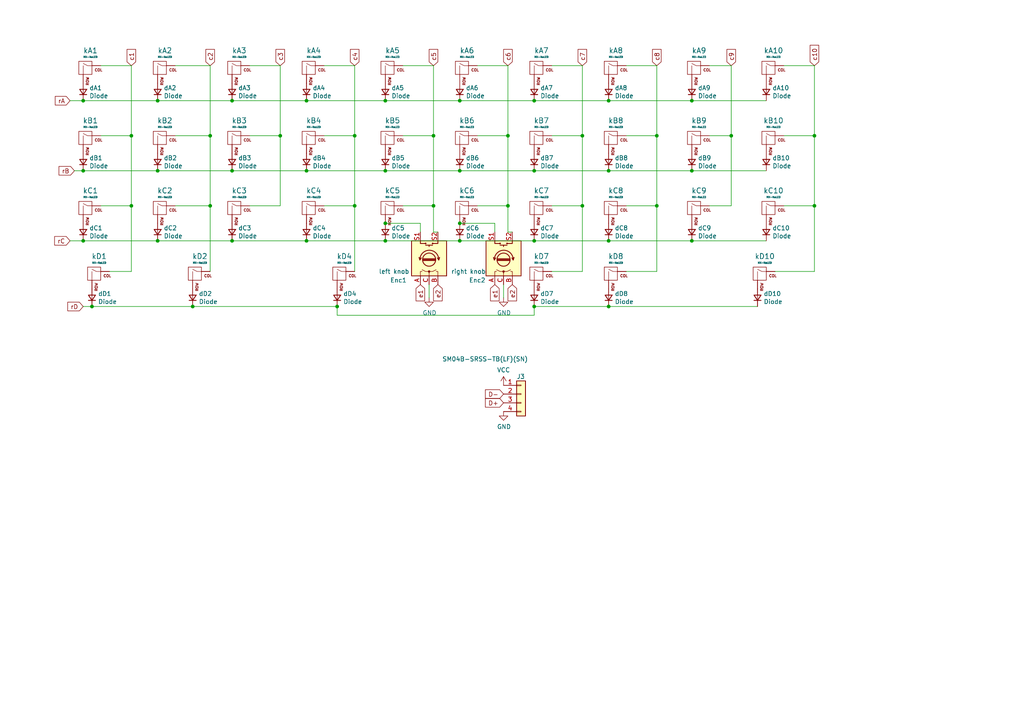
<source format=kicad_sch>
(kicad_sch (version 20230121) (generator eeschema)
  (paper "A4")
  (junction (at 446.405 149.86))
  (junction (at 400.685 71.12))
  (junction (at 212.09 39.37))
  (junction (at 67.31 29.21))
  (junction (at 419.735 160.02))
  (junction (at 446.405 12.7))
  (junction (at 154.94 49.53))
  (junction (at 437.515 149.86))
  (junction (at 24.13 49.53))
  (junction (at 236.22 59.69))
  (junction (at 45.72 49.53))
  (junction (at 97.79 88.9))
  (junction (at 518.795 104.14))
  (junction (at 168.91 39.37))
  (junction (at 487.045 81.28))
  (junction (at 428.625 160.02))
  (junction (at 111.76 64.77))
  (junction (at 347.345 87.63))
  (junction (at 45.72 69.85))
  (junction (at 88.9 69.85))
  (junction (at 147.32 39.37))
  (junction (at 176.53 49.53))
  (junction (at 428.625 149.86))
  (junction (at 102.87 59.69))
  (junction (at 437.515 160.02))
  (junction (at 432.435 12.7))
  (junction (at 154.94 69.85))
  (junction (at 386.715 71.12))
  (junction (at 419.735 149.86))
  (junction (at 45.72 29.21))
  (junction (at 133.35 49.53))
  (junction (at 111.76 49.53))
  (junction (at 236.22 39.37))
  (junction (at 125.73 59.69))
  (junction (at 394.335 81.28))
  (junction (at 55.88 88.9))
  (junction (at 443.865 12.7))
  (junction (at 532.765 93.98))
  (junction (at 386.715 81.28))
  (junction (at 460.375 12.7))
  (junction (at 446.405 160.02))
  (junction (at 532.765 118.11))
  (junction (at 200.66 49.53))
  (junction (at 335.915 101.6))
  (junction (at 200.66 29.21))
  (junction (at 125.73 39.37))
  (junction (at 133.35 29.21))
  (junction (at 321.945 90.17))
  (junction (at 60.96 59.69))
  (junction (at 24.13 29.21))
  (junction (at 390.525 149.86))
  (junction (at 88.9 29.21))
  (junction (at 451.485 12.7))
  (junction (at 24.13 69.85))
  (junction (at 67.31 69.85))
  (junction (at 133.35 64.77))
  (junction (at 111.76 69.85))
  (junction (at 390.525 160.02))
  (junction (at 168.91 59.69))
  (junction (at 448.945 12.7))
  (junction (at 88.9 49.53))
  (junction (at 154.94 88.9))
  (junction (at 38.1 39.37))
  (junction (at 441.325 12.7))
  (junction (at 344.17 146.685))
  (junction (at 190.5 39.37))
  (junction (at 81.28 39.37))
  (junction (at 26.67 88.9))
  (junction (at 102.87 39.37))
  (junction (at 200.66 69.85))
  (junction (at 67.31 49.53))
  (junction (at 344.17 159.385))
  (junction (at 410.845 149.86))
  (junction (at 176.53 88.9))
  (junction (at 60.96 39.37))
  (junction (at 133.35 69.85))
  (junction (at 410.845 160.02))
  (junction (at 147.32 59.69))
  (junction (at 443.865 119.38))
  (junction (at 328.93 147.32))
  (junction (at 154.94 29.21))
  (junction (at 321.945 87.63))
  (junction (at 190.5 59.69))
  (junction (at 176.53 29.21))
  (junction (at 38.1 59.69))
  (junction (at 176.53 69.85))
  (junction (at 111.76 29.21))
  (no_connect (at 471.805 60.96))
  (no_connect (at 415.925 95.25))
  (no_connect (at 415.925 92.71))
  (no_connect (at 471.805 78.74))
  (no_connect (at 471.805 93.98))
  (no_connect (at -24.13 93.98))
  (no_connect (at 471.805 58.42))
  (wire (pts (xy 353.06 149.225) (xy 351.79 149.225)))
  (wire (pts (xy 419.735 160.02) (xy 428.625 160.02)))
  (wire (pts (xy 81.28 39.37) (xy 81.28 59.69)))
  (wire (pts (xy 321.945 90.17) (xy 328.295 90.17)))
  (wire (pts (xy 45.72 29.21) (xy 67.31 29.21)))
  (polyline (pts (xy 568.325 133.35) (xy 568.325 78.74)))
  (wire (pts (xy 471.805 71.12) (xy 481.33 71.12)))
  (wire (pts (xy 121.92 64.77) (xy 121.92 67.31)))
  (wire (pts (xy 471.805 104.14) (xy 481.33 104.14)))
  (wire (pts (xy 371.475 158.75) (xy 371.475 161.29)))
  (wire (pts (xy 464.185 15.24) (xy 464.185 12.7)))
  (wire (pts (xy 382.905 78.74) (xy 386.715 81.28)))
  (wire (pts (xy 335.28 135.255) (xy 344.17 135.255)))
  (wire (pts (xy 31.75 78.74) (xy 38.1 78.74)))
  (wire (pts (xy 399.415 158.75) (xy 399.415 160.02)))
  (wire (pts (xy 328.93 137.16) (xy 328.93 138.43)))
  (wire (pts (xy 38.1 19.05) (xy 38.1 39.37)))
  (wire (pts (xy 45.72 69.85) (xy 67.31 69.85)))
  (wire (pts (xy 205.74 39.37) (xy 212.09 39.37)))
  (wire (pts (xy 181.61 78.74) (xy 190.5 78.74)))
  (wire (pts (xy 344.17 146.685) (xy 353.06 146.685)))
  (wire (pts (xy 38.1 39.37) (xy 38.1 59.69)))
  (wire (pts (xy 556.895 101.6) (xy 545.465 101.6)))
  (wire (pts (xy 471.805 101.6) (xy 481.33 101.6)))
  (wire (pts (xy 518.795 102.87) (xy 518.795 104.14)))
  (wire (pts (xy 443.865 116.84) (xy 443.865 119.38)))
  (wire (pts (xy 487.045 72.39) (xy 488.95 72.39)))
  (wire (pts (xy 111.76 29.21) (xy 133.35 29.21)))
  (wire (pts (xy 471.805 50.8) (xy 481.33 50.8)))
  (wire (pts (xy 133.35 49.53) (xy 154.94 49.53)))
  (wire (pts (xy 390.525 148.59) (xy 390.525 149.86)))
  (wire (pts (xy 168.91 19.05) (xy 168.91 39.37)))
  (wire (pts (xy 147.32 59.69) (xy 147.32 67.31)))
  (wire (pts (xy 455.295 151.13) (xy 455.295 149.86)))
  (wire (pts (xy 20.32 69.85) (xy 24.13 69.85)))
  (wire (pts (xy 111.76 64.77) (xy 121.92 64.77)))
  (wire (pts (xy 176.53 49.53) (xy 200.66 49.53)))
  (wire (pts (xy 535.305 116.84) (xy 535.305 118.11)))
  (wire (pts (xy 154.94 49.53) (xy 176.53 49.53)))
  (wire (pts (xy 414.655 119.38) (xy 443.865 119.38)))
  (wire (pts (xy 427.355 12.7) (xy 432.435 12.7)))
  (wire (pts (xy 410.845 149.86) (xy 419.735 149.86)))
  (wire (pts (xy 154.94 29.21) (xy 176.53 29.21)))
  (wire (pts (xy 50.8 19.05) (xy 60.96 19.05)))
  (wire (pts (xy 67.31 29.21) (xy 88.9 29.21)))
  (wire (pts (xy 55.88 88.9) (xy 97.79 88.9)))
  (polyline (pts (xy 493.395 -5.08) (xy 375.285 -5.08)))
  (wire (pts (xy 154.94 88.9) (xy 176.53 88.9)))
  (wire (pts (xy 487.045 89.535) (xy 487.045 90.805)))
  (wire (pts (xy 471.805 96.52) (xy 478.79 96.52)))
  (wire (pts (xy 313.69 134.62) (xy 313.69 143.51)))
  (wire (pts (xy 471.805 45.72) (xy 481.33 45.72)))
  (wire (pts (xy 446.405 149.86) (xy 455.295 149.86)))
  (wire (pts (xy 386.715 72.39) (xy 386.715 71.12)))
  (wire (pts (xy 414.655 102.87) (xy 415.925 102.87)))
  (wire (pts (xy 400.685 71.12) (xy 400.685 72.39)))
  (wire (pts (xy 111.76 49.53) (xy 133.35 49.53)))
  (wire (pts (xy 400.685 40.64) (xy 415.925 40.64)))
  (wire (pts (xy 328.93 147.32) (xy 328.93 148.59)))
  (wire (pts (xy 446.405 149.86) (xy 446.405 151.13)))
  (wire (pts (xy 471.805 33.02) (xy 481.33 33.02)))
  (wire (pts (xy 390.525 158.75) (xy 390.525 160.02)))
  (wire (pts (xy 410.845 149.86) (xy 410.845 151.13)))
  (wire (pts (xy 432.435 12.7) (xy 434.975 12.7)))
  (wire (pts (xy 227.33 59.69) (xy 236.22 59.69)))
  (wire (pts (xy 471.805 35.56) (xy 481.33 35.56)))
  (wire (pts (xy 410.845 158.75) (xy 410.845 160.02)))
  (wire (pts (xy 471.805 55.88) (xy 481.33 55.88)))
  (wire (pts (xy 328.93 158.75) (xy 328.93 161.29)))
  (wire (pts (xy 386.715 63.5) (xy 415.925 63.5)))
  (wire (pts (xy 335.915 97.79) (xy 335.915 101.6)))
  (wire (pts (xy 200.66 29.21) (xy 222.25 29.21)))
  (wire (pts (xy 400.685 55.88) (xy 405.765 55.88)))
  (polyline (pts (xy 306.705 125.73) (xy 306.705 168.91)))
  (wire (pts (xy 344.17 135.255) (xy 344.17 137.795)))
  (wire (pts (xy 434.975 15.24) (xy 434.975 12.7)))
  (wire (pts (xy 224.79 78.74) (xy 236.22 78.74)))
  (wire (pts (xy 532.765 92.71) (xy 532.765 93.98)))
  (wire (pts (xy 394.335 81.28) (xy 394.335 82.55)))
  (wire (pts (xy 390.525 149.86) (xy 390.525 151.13)))
  (wire (pts (xy 111.76 69.85) (xy 133.35 69.85)))
  (wire (pts (xy 471.805 43.18) (xy 481.33 43.18)))
  (wire (pts (xy 471.805 68.58) (xy 481.33 68.58)))
  (wire (pts (xy 413.385 68.58) (xy 415.925 68.58)))
  (wire (pts (xy 160.02 39.37) (xy 168.91 39.37)))
  (wire (pts (xy 45.72 49.53) (xy 67.31 49.53)))
  (wire (pts (xy 460.375 12.7) (xy 460.375 15.24)))
  (wire (pts (xy 471.805 81.28) (xy 487.045 81.28)))
  (wire (pts (xy 400.685 38.1) (xy 415.925 38.1)))
  (wire (pts (xy 147.32 39.37) (xy 147.32 59.69)))
  (wire (pts (xy 471.805 48.26) (xy 481.33 48.26)))
  (wire (pts (xy 437.515 160.02) (xy 446.405 160.02)))
  (wire (pts (xy 471.805 73.66) (xy 480.695 73.66)))
  (wire (pts (xy 181.61 19.05) (xy 190.5 19.05)))
  (wire (pts (xy 125.73 67.31) (xy 127 67.31)))
  (wire (pts (xy 398.145 71.12) (xy 400.685 71.12)))
  (wire (pts (xy 443.865 12.7) (xy 443.865 15.24)))
  (wire (pts (xy 441.325 11.43) (xy 441.325 12.7)))
  (wire (pts (xy 386.715 71.12) (xy 386.715 63.5)))
  (wire (pts (xy 446.405 160.02) (xy 455.295 160.02)))
  (wire (pts (xy 320.04 147.32) (xy 328.93 147.32)))
  (polyline (pts (xy 361.315 168.91) (xy 361.315 125.73)))
  (wire (pts (xy 407.67 81.28) (xy 415.925 81.28)))
  (wire (pts (xy 347.345 83.82) (xy 347.345 87.63)))
  (wire (pts (xy 428.625 158.75) (xy 428.625 160.02)))
  (wire (pts (xy 487.045 81.28) (xy 487.045 81.915)))
  (wire (pts (xy 168.91 59.69) (xy 168.91 78.74)))
  (wire (pts (xy 471.805 109.22) (xy 481.33 109.22)))
  (wire (pts (xy 443.865 12.7) (xy 446.405 12.7)))
  (wire (pts (xy 344.17 158.115) (xy 344.17 159.385)))
  (wire (pts (xy 518.795 93.98) (xy 532.765 93.98)))
  (polyline (pts (xy 370.205 71.12) (xy 370.205 118.11)))
  (wire (pts (xy 413.385 58.42) (xy 415.925 58.42)))
  (wire (pts (xy 321.945 90.17) (xy 321.945 92.71)))
  (wire (pts (xy 399.415 151.13) (xy 399.415 149.86)))
  (wire (pts (xy 176.53 88.9) (xy 219.71 88.9)))
  (wire (pts (xy 518.795 95.25) (xy 518.795 93.98)))
  (wire (pts (xy 138.43 59.69) (xy 147.32 59.69)))
  (wire (pts (xy 72.39 59.69) (xy 81.28 59.69)))
  (wire (pts (xy 181.61 59.69) (xy 190.5 59.69)))
  (wire (pts (xy 143.51 64.77) (xy 143.51 67.31)))
  (wire (pts (xy 556.895 104.14) (xy 545.465 104.14)))
  (polyline (pts (xy 306.705 168.91) (xy 361.315 168.91)))
  (wire (pts (xy 471.805 40.64) (xy 481.33 40.64)))
  (wire (pts (xy 471.805 106.68) (xy 481.33 106.68)))
  (wire (pts (xy 313.69 160.02) (xy 313.69 161.29)))
  (wire (pts (xy 160.02 59.69) (xy 168.91 59.69)))
  (wire (pts (xy 394.335 76.2) (xy 394.335 81.28)))
  (wire (pts (xy 471.805 38.1) (xy 481.33 38.1)))
  (wire (pts (xy 386.715 71.12) (xy 390.525 71.12)))
  (wire (pts (xy 400.685 81.28) (xy 400.685 80.01)))
  (wire (pts (xy 93.98 39.37) (xy 102.87 39.37)))
  (wire (pts (xy 454.025 15.24) (xy 454.025 12.7)))
  (wire (pts (xy 400.685 43.18) (xy 415.925 43.18)))
  (wire (pts (xy 313.69 151.13) (xy 313.69 152.4)))
  (wire (pts (xy 29.21 59.69) (xy 38.1 59.69)))
  (wire (pts (xy 124.46 82.55) (xy 124.46 86.36)))
  (wire (pts (xy 343.535 87.63) (xy 347.345 87.63)))
  (wire (pts (xy 125.73 19.05) (xy 125.73 39.37)))
  (wire (pts (xy 386.715 80.01) (xy 386.715 81.28)))
  (wire (pts (xy 448.945 12.7) (xy 451.485 12.7)))
  (wire (pts (xy 488.95 72.39) (xy 488.95 71.12)))
  (wire (pts (xy 432.435 11.43) (xy 432.435 12.7)))
  (wire (pts (xy 133.35 69.85) (xy 154.94 69.85)))
  (polyline (pts (xy 366.395 140.97) (xy 461.645 140.97)))
  (wire (pts (xy 400.685 58.42) (xy 405.765 58.42)))
  (wire (pts (xy 29.21 39.37) (xy 38.1 39.37)))
  (wire (pts (xy 414.655 102.87) (xy 414.655 119.38)))
  (wire (pts (xy 386.715 81.28) (xy 394.335 81.28)))
  (wire (pts (xy 351.79 159.385) (xy 344.17 159.385)))
  (wire (pts (xy 437.515 158.75) (xy 437.515 160.02)))
  (wire (pts (xy 347.345 87.63) (xy 347.345 92.71)))
  (wire (pts (xy 423.545 11.43) (xy 423.545 15.24)))
  (wire (pts (xy 400.685 45.72) (xy 415.925 45.72)))
  (wire (pts (xy 88.9 69.85) (xy 111.76 69.85)))
  (wire (pts (xy 394.335 66.04) (xy 394.335 64.77)))
  (wire (pts (xy 133.35 64.77) (xy 143.51 64.77)))
  (wire (pts (xy 390.525 160.02) (xy 390.525 161.29)))
  (wire (pts (xy 138.43 19.05) (xy 147.32 19.05)))
  (wire (pts (xy 556.895 111.76) (xy 545.465 111.76)))
  (wire (pts (xy 20.32 29.21) (xy 24.13 29.21)))
  (wire (pts (xy 60.96 39.37) (xy 60.96 59.69)))
  (polyline (pts (xy 306.705 71.12) (xy 370.205 71.12)))
  (wire (pts (xy 405.765 68.58) (xy 400.685 68.58)))
  (wire (pts (xy 428.625 149.86) (xy 437.515 149.86)))
  (wire (pts (xy 471.805 86.36) (xy 480.695 86.36)))
  (wire (pts (xy 351.79 149.225) (xy 351.79 159.385)))
  (wire (pts (xy 67.31 49.53) (xy 88.9 49.53)))
  (wire (pts (xy 227.33 19.05) (xy 236.22 19.05)))
  (wire (pts (xy 38.1 59.69) (xy 38.1 78.74)))
  (wire (pts (xy 441.325 12.7) (xy 443.865 12.7)))
  (polyline (pts (xy 498.475 78.74) (xy 498.475 133.35)))
  (wire (pts (xy 347.345 100.33) (xy 347.345 101.6)))
  (wire (pts (xy 419.735 158.75) (xy 419.735 160.02)))
  (wire (pts (xy 50.8 59.69) (xy 60.96 59.69)))
  (wire (pts (xy 390.525 149.86) (xy 399.415 149.86)))
  (wire (pts (xy 212.09 39.37) (xy 212.09 19.05)))
  (polyline (pts (xy 498.475 133.35) (xy 568.325 133.35)))
  (wire (pts (xy 451.485 12.7) (xy 454.025 12.7)))
  (wire (pts (xy 102.87 39.37) (xy 102.87 59.69)))
  (wire (pts (xy 394.335 64.77) (xy 382.905 64.77)))
  (wire (pts (xy 102.87 19.05) (xy 102.87 39.37)))
  (wire (pts (xy 205.74 59.69) (xy 212.09 59.69)))
  (wire (pts (xy 328.93 146.05) (xy 328.93 147.32)))
  (polyline (pts (xy 370.205 118.11) (xy 306.705 118.11)))
  (wire (pts (xy 400.685 34.29) (xy 415.925 34.29)))
  (wire (pts (xy 321.945 87.63) (xy 328.295 87.63)))
  (wire (pts (xy 93.98 19.05) (xy 102.87 19.05)))
  (wire (pts (xy 487.045 80.645) (xy 487.045 81.28)))
  (wire (pts (xy 236.22 39.37) (xy 236.22 59.69)))
  (wire (pts (xy 60.96 19.05) (xy 60.96 39.37)))
  (wire (pts (xy 321.945 101.6) (xy 335.915 101.6)))
  (wire (pts (xy 190.5 19.05) (xy 190.5 39.37)))
  (wire (pts (xy 93.98 59.69) (xy 102.87 59.69)))
  (wire (pts (xy 125.73 39.37) (xy 125.73 59.69)))
  (wire (pts (xy 471.805 83.82) (xy 480.695 83.82)))
  (wire (pts (xy 81.28 19.05) (xy 81.28 39.37)))
  (wire (pts (xy 471.805 91.44) (xy 480.695 91.44)))
  (wire (pts (xy 72.39 39.37) (xy 81.28 39.37)))
  (wire (pts (xy 97.79 88.9) (xy 97.79 91.44)))
  (wire (pts (xy 321.945 87.63) (xy 321.945 90.17)))
  (wire (pts (xy 437.515 149.86) (xy 437.515 151.13)))
  (wire (pts (xy 116.84 19.05) (xy 125.73 19.05)))
  (wire (pts (xy 556.895 109.22) (xy 545.465 109.22)))
  (wire (pts (xy 382.905 64.77) (xy 382.905 78.74)))
  (wire (pts (xy 176.53 69.85) (xy 200.66 69.85)))
  (polyline (pts (xy 375.285 133.35) (xy 493.395 133.35)))
  (wire (pts (xy 50.8 39.37) (xy 60.96 39.37)))
  (wire (pts (xy 116.84 39.37) (xy 125.73 39.37)))
  (wire (pts (xy 344.17 145.415) (xy 344.17 146.685)))
  (wire (pts (xy 205.74 19.05) (xy 212.09 19.05)))
  (wire (pts (xy 236.22 19.05) (xy 236.22 39.37)))
  (polyline (pts (xy 306.705 118.11) (xy 306.705 71.12)))
  (wire (pts (xy 29.21 19.05) (xy 38.1 19.05)))
  (wire (pts (xy 88.9 29.21) (xy 111.76 29.21)))
  (wire (pts (xy 88.9 49.53) (xy 111.76 49.53)))
  (wire (pts (xy 125.73 59.69) (xy 125.73 67.31)))
  (wire (pts (xy 410.845 160.02) (xy 410.845 161.29)))
  (polyline (pts (xy 568.325 78.74) (xy 498.475 78.74)))
  (wire (pts (xy 176.53 29.21) (xy 200.66 29.21)))
  (wire (pts (xy 507.365 104.14) (xy 518.795 104.14)))
  (wire (pts (xy 448.945 12.7) (xy 448.945 15.24)))
  (wire (pts (xy 460.375 11.43) (xy 460.375 12.7)))
  (wire (pts (xy 380.365 148.59) (xy 380.365 151.13)))
  (wire (pts (xy 116.84 59.69) (xy 125.73 59.69)))
  (wire (pts (xy 428.625 160.02) (xy 437.515 160.02)))
  (polyline (pts (xy 366.395 140.97) (xy 366.395 168.91)))
  (wire (pts (xy 133.35 29.21) (xy 154.94 29.21)))
  (wire (pts (xy 147.32 19.05) (xy 147.32 39.37)))
  (wire (pts (xy 371.475 148.59) (xy 371.475 151.13)))
  (polyline (pts (xy 493.395 133.35) (xy 493.395 -5.08)))
  (wire (pts (xy 190.5 39.37) (xy 190.5 59.69)))
  (wire (pts (xy 427.355 15.24) (xy 427.355 12.7)))
  (wire (pts (xy 451.485 12.7) (xy 451.485 15.24)))
  (wire (pts (xy 446.405 12.7) (xy 448.945 12.7)))
  (wire (pts (xy 24.13 49.53) (xy 45.72 49.53)))
  (wire (pts (xy 443.865 119.38) (xy 443.865 120.65)))
  (wire (pts (xy 344.17 159.385) (xy 344.17 160.655)))
  (wire (pts (xy 160.02 19.05) (xy 168.91 19.05)))
  (wire (pts (xy 419.735 149.86) (xy 419.735 151.13)))
  (wire (pts (xy 227.33 39.37) (xy 236.22 39.37)))
  (wire (pts (xy 60.96 59.69) (xy 60.96 78.74)))
  (wire (pts (xy 471.805 76.2) (xy 480.695 76.2)))
  (wire (pts (xy 236.22 59.69) (xy 236.22 78.74)))
  (wire (pts (xy 67.31 69.85) (xy 88.9 69.85)))
  (wire (pts (xy 200.66 69.85) (xy 222.25 69.85)))
  (wire (pts (xy 212.09 59.69) (xy 212.09 39.37)))
  (wire (pts (xy 471.805 53.34) (xy 481.33 53.34)))
  (wire (pts (xy 532.765 116.84) (xy 532.765 118.11)))
  (wire (pts (xy 24.13 69.85) (xy 45.72 69.85)))
  (wire (pts (xy 154.94 69.85) (xy 176.53 69.85)))
  (wire (pts (xy 487.045 72.39) (xy 487.045 73.025)))
  (wire (pts (xy 419.735 149.86) (xy 428.625 149.86)))
  (wire (pts (xy 380.365 158.75) (xy 380.365 161.29)))
  (wire (pts (xy 432.435 12.7) (xy 432.435 15.24)))
  (wire (pts (xy 437.515 149.86) (xy 446.405 149.86)))
  (wire (pts (xy 410.845 148.59) (xy 410.845 149.86)))
  (wire (pts (xy 190.5 59.69) (xy 190.5 78.74)))
  (wire (pts (xy 446.405 158.75) (xy 446.405 160.02)))
  (wire (pts (xy 146.05 82.55) (xy 146.05 86.36)))
  (polyline (pts (xy 306.705 125.73) (xy 361.315 125.73)))
  (wire (pts (xy 26.67 88.9) (xy 55.88 88.9)))
  (wire (pts (xy 532.765 93.98) (xy 532.765 96.52)))
  (wire (pts (xy 446.405 12.7) (xy 446.405 15.24)))
  (wire (pts (xy 400.685 68.58) (xy 400.685 71.12)))
  (polyline (pts (xy 461.645 168.91) (xy 461.645 140.97)))
  (wire (pts (xy 147.32 67.31) (xy 148.59 67.31)))
  (wire (pts (xy 441.325 12.7) (xy 441.325 15.24)))
  (wire (pts (xy 390.525 160.02) (xy 399.415 160.02)))
  (wire (pts (xy 72.39 19.05) (xy 81.28 19.05)))
  (wire (pts (xy 97.79 91.44) (xy 154.94 91.44)))
  (wire (pts (xy 321.945 83.82) (xy 321.945 87.63)))
  (wire (pts (xy 344.17 146.685) (xy 344.17 147.955)))
  (wire (pts (xy 335.915 101.6) (xy 347.345 101.6)))
  (wire (pts (xy 21.59 49.53) (xy 24.13 49.53)))
  (wire (pts (xy 138.43 39.37) (xy 147.32 39.37)))
  (wire (pts (xy 200.66 49.53) (xy 222.25 49.53)))
  (wire (pts (xy 532.765 118.11) (xy 535.305 118.11)))
  (wire (pts (xy 518.795 104.14) (xy 520.065 104.14)))
  (wire (pts (xy 394.335 81.28) (xy 400.685 81.28)))
  (wire (pts (xy 460.375 12.7) (xy 464.185 12.7)))
  (wire (pts (xy 154.94 91.44) (xy 154.94 88.9)))
  (wire (pts (xy 24.13 29.21) (xy 45.72 29.21)))
  (wire (pts (xy 335.915 101.6) (xy 335.915 102.87)))
  (wire (pts (xy 532.765 118.11) (xy 532.765 119.38)))
  (wire (pts (xy 410.845 160.02) (xy 419.735 160.02)))
  (wire (pts (xy 400.685 49.53) (xy 415.925 49.53)))
  (polyline (pts (xy 366.395 168.91) (xy 461.645 168.91)))
  (wire (pts (xy 321.945 100.33) (xy 321.945 101.6)))
  (wire (pts (xy 160.02 78.74) (xy 168.91 78.74)))
  (wire (pts (xy 181.61 39.37) (xy 190.5 39.37)))
  (wire (pts (xy 24.13 88.9) (xy 26.67 88.9)))
  (wire (pts (xy 507.365 109.22) (xy 520.065 109.22)))
  (wire (pts (xy 428.625 149.86) (xy 428.625 151.13)))
  (wire (pts (xy 471.805 63.5) (xy 481.33 63.5)))
  (polyline (pts (xy 375.285 -5.08) (xy 375.285 133.35)))
  (wire (pts (xy 455.295 158.75) (xy 455.295 160.02)))
  (wire (pts (xy 102.87 59.69) (xy 102.87 78.74)))
  (wire (pts (xy 471.805 88.9) (xy 480.695 88.9)))
  (wire (pts (xy 471.805 66.04) (xy 481.33 66.04)))
  (wire (pts (xy 168.91 39.37) (xy 168.91 59.69)))
  (wire (pts (xy 413.385 55.88) (xy 415.925 55.88)))
  (text "Voltage regulation" (at 306.705 71.12 0) (effects (font (size 1.778 1.778) (thickness 0.3556) bold) (justify left bottom)))
  (text "Decoupling" (at 366.395 140.97 0) (effects (font (size 1.778 1.778) (thickness 0.3556) bold) (justify left bottom)))
  (text "Flash memory" (at 498.475 78.74 0) (effects (font (size 1.778 1.778) (thickness 0.3556) bold) (justify left bottom)))
  (text "MCU" (at 375.285 -5.08 0) (effects (font (size 1.778 1.778) (thickness 0.3556) bold) (justify left bottom)))
  (text "Indicator & buttons" (at 306.705 125.73 0) (effects (font (size 1.778 1.778) (thickness 0.3556) bold) (justify left bottom)))
  (label "QSPI_D2" (at 400.685 43.18 0))
  (label "D-" (at 400.685 58.42 0))
  (label "QSPI_~{CS}" (at 335.28 135.255 0))
  (label "QSPI_SCLK" (at 507.365 109.22 0))
  (label "LED" (at 480.695 76.2 180))
  (label "MISO" (at 480.695 83.82 180))
  (label "~{RESET}" (at 320.04 147.32 0))
  (label "QSPI_~{CS}" (at 400.685 34.29 0))
  (label "SCLK" (at 480.695 88.9 180))
  (label "QSPI_D3" (at 556.895 111.76 180))
  (label "QSPI_D0" (at 556.895 101.6 180))
  (label "QSPI_D3" (at 400.685 45.72 0))
  (label "D14" (at 480.695 68.58 180))
  (label "QSPI_D1" (at 400.685 40.64 0))
  (label "QSPI_D1" (at 556.895 104.14 180))
  (label "QSPI_D2" (at 556.895 109.22 180))
  (label "QSPI_~{CS}" (at 507.365 104.14 0))
  (label "MOSI" (at 480.695 91.44 180))
  (label "VBUS_DET" (at 484.505 81.28 180))
  (label "~{RESET}" (at 407.67 81.28 0))
  (label "D21" (at 480.695 86.36 180))
  (label "QSPI_D0" (at 400.685 38.1 0))
  (label "LED" (at 313.69 134.62 270))
  (label "D16" (at 480.695 73.66 180))
  (label "D+" (at 400.685 55.88 0))
  (label "QSPI_SCLK" (at 400.685 49.53 0))
  (global_label "rC" (shape input) (at 20.32 69.85 180) (property "Intersheetrefs" "${INTERSHEET_REFS}" (effects hide)))
  (global_label "c4" (shape input) (at 481.33 106.68 0) (property "Intersheetrefs" "${INTERSHEET_REFS}" (effects hide)))
  (global_label "e2" (shape input) (at 148.59 82.55 270) (property "Intersheetrefs" "${INTERSHEET_REFS}" (effects hide)))
  (global_label "c3" (shape input) (at 81.28 19.05 90) (property "Intersheetrefs" "${INTERSHEET_REFS}" (effects hide)))
  (global_label "c9" (shape input) (at 481.33 38.1 0) (property "Intersheetrefs" "${INTERSHEET_REFS}" (effects hide)))
  (global_label "c4" (shape input) (at 102.87 19.05 90) (property "Intersheetrefs" "${INTERSHEET_REFS}" (effects hide)))
  (global_label "c7" (shape input) (at 168.91 19.05 90) (property "Intersheetrefs" "${INTERSHEET_REFS}" (effects hide)))
  (global_label "e1" (shape input) (at 121.92 82.55 270) (property "Intersheetrefs" "${INTERSHEET_REFS}" (effects hide)))
  (global_label "D-" (shape input) (at 146.05 114.3 180) (property "Intersheetrefs" "${INTERSHEET_REFS}" (effects hide)))
  (global_label "rD" (shape input) (at 24.13 88.9 180) (property "Intersheetrefs" "${INTERSHEET_REFS}" (effects hide)))
  (global_label "rB" (shape input) (at 21.59 49.53 180) (property "Intersheetrefs" "${INTERSHEET_REFS}" (effects hide)))
  (global_label "c5" (shape input) (at 125.73 19.05 90) (property "Intersheetrefs" "${INTERSHEET_REFS}" (effects hide)))
  (global_label "c1" (shape input) (at 478.79 96.52 0) (property "Intersheetrefs" "${INTERSHEET_REFS}" (effects hide)))
  (global_label "c5" (shape input) (at 481.33 109.22 0) (property "Intersheetrefs" "${INTERSHEET_REFS}" (effects hide)))
  (global_label "c7" (shape input) (at 481.33 33.02 0) (property "Intersheetrefs" "${INTERSHEET_REFS}" (effects hide)))
  (global_label "rA" (shape input) (at 20.32 29.21 180) (property "Intersheetrefs" "${INTERSHEET_REFS}" (effects hide)))
  (global_label "c2" (shape input) (at 60.96 19.05 90) (property "Intersheetrefs" "${INTERSHEET_REFS}" (effects hide)))
  (global_label "rD" (shape input) (at 481.33 50.8 0) (property "Intersheetrefs" "${INTERSHEET_REFS}" (effects hide)))
  (global_label "c8" (shape input) (at 481.33 35.56 0) (property "Intersheetrefs" "${INTERSHEET_REFS}" (effects hide)))
  (global_label "c9" (shape input) (at 212.09 19.05 90) (property "Intersheetrefs" "${INTERSHEET_REFS}" (effects hide)))
  (global_label "c6" (shape input) (at 481.33 55.88 0) (property "Intersheetrefs" "${INTERSHEET_REFS}" (effects hide)))
  (global_label "e2" (shape input) (at 481.33 71.12 0) (property "Intersheetrefs" "${INTERSHEET_REFS}" (effects hide)))
  (global_label "c3" (shape input) (at 481.33 104.14 0) (property "Intersheetrefs" "${INTERSHEET_REFS}" (effects hide)))
  (global_label "c10" (shape input) (at 236.22 19.05 90) (property "Intersheetrefs" "${INTERSHEET_REFS}" (effects hide)))
  (global_label "rA" (shape input) (at 481.33 45.72 0) (property "Intersheetrefs" "${INTERSHEET_REFS}" (effects hide)))
  (global_label "e2" (shape input) (at 127 82.55 270) (property "Intersheetrefs" "${INTERSHEET_REFS}" (effects hide)))
  (global_label "c8" (shape input) (at 190.5 19.05 90) (property "Intersheetrefs" "${INTERSHEET_REFS}" (effects hide)))
  (global_label "c6" (shape input) (at 147.32 19.05 90) (property "Intersheetrefs" "${INTERSHEET_REFS}" (effects hide)))
  (global_label "c10" (shape input) (at 481.33 40.64 0) (property "Intersheetrefs" "${INTERSHEET_REFS}" (effects hide)))
  (global_label "rB" (shape input) (at 481.33 43.18 0) (property "Intersheetrefs" "${INTERSHEET_REFS}" (effects hide)))
  (global_label "e1" (shape input) (at 481.33 66.04 0) (property "Intersheetrefs" "${INTERSHEET_REFS}" (effects hide)))
  (global_label "D+" (shape input) (at 146.05 116.84 180) (property "Intersheetrefs" "${INTERSHEET_REFS}" (effects hide)))
  (global_label "c1" (shape input) (at 38.1 19.05 90) (property "Intersheetrefs" "${INTERSHEET_REFS}" (effects hide)))
  (global_label "rC" (shape input) (at 481.33 63.5 0) (property "Intersheetrefs" "${INTERSHEET_REFS}" (effects hide)))
  (global_label "c2" (shape input) (at 481.33 101.6 0) (property "Intersheetrefs" "${INTERSHEET_REFS}" (effects hide)))
  (global_label "e1" (shape input) (at 143.51 82.55 270) (property "Intersheetrefs" "${INTERSHEET_REFS}" (effects hide)))
  (symbol (lib_id "MX_Alps_Hybrid:MX-NoLED") (at 25.4 20.32 0) (unit 1)
    (property "Reference" "kA1" (at 26.2382 14.6558 0) (effects (font (size 1.524 1.524))))
    (property "Value" "MX-NoLED" (at 26.2382 16.5354 0) (effects (font (size 0.508 0.508))))
    (property "Footprint" "MX_Only:MXOnly-1U-NoLED" (effects hide))
  )
  (symbol (lib_id "MX_Alps_Hybrid:MX-NoLED") (at 46.99 20.32 0) (unit 1)
    (property "Reference" "kA2" (at 47.8282 14.6558 0) (effects (font (size 1.524 1.524))))
    (property "Value" "MX-NoLED" (at 47.8282 16.5354 0) (effects (font (size 0.508 0.508))))
    (property "Footprint" "MX_Only:MXOnly-1U-NoLED" (effects hide))
  )
  (symbol (lib_id "MX_Alps_Hybrid:MX-NoLED") (at 68.58 20.32 0) (unit 1)
    (property "Reference" "kA3" (at 69.4182 14.6558 0) (effects (font (size 1.524 1.524))))
    (property "Value" "MX-NoLED" (at 69.4182 16.5354 0) (effects (font (size 0.508 0.508))))
    (property "Footprint" "MX_Only:MXOnly-1U-NoLED" (effects hide))
  )
  (symbol (lib_id "MX_Alps_Hybrid:MX-NoLED") (at 90.17 20.32 0) (unit 1)
    (property "Reference" "kA4" (at 91.0082 14.6558 0) (effects (font (size 1.524 1.524))))
    (property "Value" "MX-NoLED" (at 91.0082 16.5354 0) (effects (font (size 0.508 0.508))))
    (property "Footprint" "MX_Only:MXOnly-1U-NoLED" (effects hide))
  )
  (symbol (lib_id "MX_Alps_Hybrid:MX-NoLED") (at 113.03 20.32 0) (unit 1)
    (property "Reference" "kA5" (at 113.8682 14.6558 0) (effects (font (size 1.524 1.524))))
    (property "Value" "MX-NoLED" (at 113.8682 16.5354 0) (effects (font (size 0.508 0.508))))
    (property "Footprint" "MX_Only:MXOnly-1U-NoLED" (effects hide))
  )
  (symbol (lib_id "MX_Alps_Hybrid:MX-NoLED") (at 134.62 20.32 0) (unit 1)
    (property "Reference" "kA6" (at 135.4582 14.6558 0) (effects (font (size 1.524 1.524))))
    (property "Value" "MX-NoLED" (at 135.4582 16.5354 0) (effects (font (size 0.508 0.508))))
    (property "Footprint" "MX_Only:MXOnly-1U-NoLED" (effects hide))
  )
  (symbol (lib_id "MX_Alps_Hybrid:MX-NoLED") (at 156.21 20.32 0) (unit 1)
    (property "Reference" "kA7" (at 157.0482 14.6558 0) (effects (font (size 1.524 1.524))))
    (property "Value" "MX-NoLED" (at 157.0482 16.5354 0) (effects (font (size 0.508 0.508))))
    (property "Footprint" "MX_Only:MXOnly-1U-NoLED" (effects hide))
  )
  (symbol (lib_id "MX_Alps_Hybrid:MX-NoLED") (at 177.8 20.32 0) (unit 1)
    (property "Reference" "kA8" (at 178.6382 14.6558 0) (effects (font (size 1.524 1.524))))
    (property "Value" "MX-NoLED" (at 178.6382 16.5354 0) (effects (font (size 0.508 0.508))))
    (property "Footprint" "MX_Only:MXOnly-1U-NoLED" (effects hide))
  )
  (symbol (lib_id "MX_Alps_Hybrid:MX-NoLED") (at 201.93 20.32 0) (unit 1)
    (property "Reference" "kA9" (at 202.7682 14.6558 0) (effects (font (size 1.524 1.524))))
    (property "Value" "MX-NoLED" (at 202.7682 16.5354 0) (effects (font (size 0.508 0.508))))
    (property "Footprint" "MX_Only:MXOnly-1U-NoLED" (effects hide))
  )
  (symbol (lib_id "MX_Alps_Hybrid:MX-NoLED") (at 223.52 20.32 0) (unit 1)
    (property "Reference" "kA10" (at 224.3582 14.6558 0) (effects (font (size 1.524 1.524))))
    (property "Value" "MX-NoLED" (at 224.3582 16.5354 0) (effects (font (size 0.508 0.508))))
    (property "Footprint" "MX_Only:MXOnly-1U-NoLED" (effects hide))
  )
  (symbol (lib_id "MX_Alps_Hybrid:MX-NoLED") (at 25.4 40.64 0) (unit 1)
    (property "Reference" "kB1" (at 26.2382 34.9758 0) (effects (font (size 1.524 1.524))))
    (property "Value" "MX-NoLED" (at 26.2382 36.8554 0) (effects (font (size 0.508 0.508))))
    (property "Footprint" "MX_Only:MXOnly-1U-NoLED" (effects hide))
  )
  (symbol (lib_id "MX_Alps_Hybrid:MX-NoLED") (at 46.99 40.64 0) (unit 1)
    (property "Reference" "kB2" (at 47.8282 34.9758 0) (effects (font (size 1.524 1.524))))
    (property "Value" "MX-NoLED" (at 47.8282 36.8554 0) (effects (font (size 0.508 0.508))))
    (property "Footprint" "MX_Only:MXOnly-1U-NoLED" (effects hide))
  )
  (symbol (lib_id "MX_Alps_Hybrid:MX-NoLED") (at 68.58 40.64 0) (unit 1)
    (property "Reference" "kB3" (at 69.4182 34.9758 0) (effects (font (size 1.524 1.524))))
    (property "Value" "MX-NoLED" (at 69.4182 36.8554 0) (effects (font (size 0.508 0.508))))
    (property "Footprint" "MX_Only:MXOnly-1U-NoLED" (effects hide))
  )
  (symbol (lib_id "MX_Alps_Hybrid:MX-NoLED") (at 90.17 40.64 0) (unit 1)
    (property "Reference" "kB4" (at 91.0082 34.9758 0) (effects (font (size 1.524 1.524))))
    (property "Value" "MX-NoLED" (at 91.0082 36.8554 0) (effects (font (size 0.508 0.508))))
    (property "Footprint" "MX_Only:MXOnly-1U-NoLED" (effects hide))
  )
  (symbol (lib_id "MX_Alps_Hybrid:MX-NoLED") (at 113.03 40.64 0) (unit 1)
    (property "Reference" "kB5" (at 113.8682 34.9758 0) (effects (font (size 1.524 1.524))))
    (property "Value" "MX-NoLED" (at 113.8682 36.8554 0) (effects (font (size 0.508 0.508))))
    (property "Footprint" "MX_Only:MXOnly-1U-NoLED" (effects hide))
  )
  (symbol (lib_id "MX_Alps_Hybrid:MX-NoLED") (at 134.62 40.64 0) (unit 1)
    (property "Reference" "kB6" (at 135.4582 34.9758 0) (effects (font (size 1.524 1.524))))
    (property "Value" "MX-NoLED" (at 135.4582 36.8554 0) (effects (font (size 0.508 0.508))))
    (property "Footprint" "MX_Only:MXOnly-1U-NoLED" (effects hide))
  )
  (symbol (lib_id "MX_Alps_Hybrid:MX-NoLED") (at 156.21 40.64 0) (unit 1)
    (property "Reference" "kB7" (at 157.0482 34.9758 0) (effects (font (size 1.524 1.524))))
    (property "Value" "MX-NoLED" (at 157.0482 36.8554 0) (effects (font (size 0.508 0.508))))
    (property "Footprint" "MX_Only:MXOnly-1U-NoLED" (effects hide))
  )
  (symbol (lib_id "MX_Alps_Hybrid:MX-NoLED") (at 177.8 40.64 0) (unit 1)
    (property "Reference" "kB8" (at 178.6382 34.9758 0) (effects (font (size 1.524 1.524))))
    (property "Value" "MX-NoLED" (at 178.6382 36.8554 0) (effects (font (size 0.508 0.508))))
    (property "Footprint" "MX_Only:MXOnly-1U-NoLED" (effects hide))
  )
  (symbol (lib_id "MX_Alps_Hybrid:MX-NoLED") (at 201.93 40.64 0) (unit 1)
    (property "Reference" "kB9" (at 202.7682 34.9758 0) (effects (font (size 1.524 1.524))))
    (property "Value" "MX-NoLED" (at 202.7682 36.8554 0) (effects (font (size 0.508 0.508))))
    (property "Footprint" "MX_Only:MXOnly-1U-NoLED" (effects hide))
  )
  (symbol (lib_id "MX_Alps_Hybrid:MX-NoLED") (at 223.52 40.64 0) (unit 1)
    (property "Reference" "kB10" (at 224.3582 34.9758 0) (effects (font (size 1.524 1.524))))
    (property "Value" "MX-NoLED" (at 224.3582 36.8554 0) (effects (font (size 0.508 0.508))))
    (property "Footprint" "MX_Only:MXOnly-1U-NoLED" (effects hide))
  )
  (symbol (lib_id "MX_Alps_Hybrid:MX-NoLED") (at 25.4 60.96 0) (unit 1)
    (property "Reference" "kC1" (at 26.2382 55.2958 0) (effects (font (size 1.524 1.524))))
    (property "Value" "MX-NoLED" (at 26.2382 57.1754 0) (effects (font (size 0.508 0.508))))
    (property "Footprint" "MX_Only:MXOnly-1U-NoLED" (effects hide))
  )
  (symbol (lib_id "MX_Alps_Hybrid:MX-NoLED") (at 46.99 60.96 0) (unit 1)
    (property "Reference" "kC2" (at 47.8282 55.2958 0) (effects (font (size 1.524 1.524))))
    (property "Value" "MX-NoLED" (at 47.8282 57.1754 0) (effects (font (size 0.508 0.508))))
    (property "Footprint" "MX_Only:MXOnly-1U-NoLED" (effects hide))
  )
  (symbol (lib_id "MX_Alps_Hybrid:MX-NoLED") (at 68.58 60.96 0) (unit 1)
    (property "Reference" "kC3" (at 69.4182 55.2958 0) (effects (font (size 1.524 1.524))))
    (property "Value" "MX-NoLED" (at 69.4182 57.1754 0) (effects (font (size 0.508 0.508))))
    (property "Footprint" "MX_Only:MXOnly-1U-NoLED" (effects hide))
  )
  (symbol (lib_id "MX_Alps_Hybrid:MX-NoLED") (at 90.17 60.96 0) (unit 1)
    (property "Reference" "kC4" (at 91.0082 55.2958 0) (effects (font (size 1.524 1.524))))
    (property "Value" "MX-NoLED" (at 91.0082 57.1754 0) (effects (font (size 0.508 0.508))))
    (property "Footprint" "MX_Only:MXOnly-1U-NoLED" (effects hide))
  )
  (symbol (lib_id "MX_Alps_Hybrid:MX-NoLED") (at 113.03 60.96 0) (unit 1)
    (property "Reference" "kC5" (at 113.8682 55.2958 0) (effects (font (size 1.524 1.524))))
    (property "Value" "MX-NoLED" (at 113.8682 57.1754 0) (effects (font (size 0.508 0.508))))
    (property "Footprint" "MX_Only:MXOnly-1U-NoLED" (effects hide))
  )
  (symbol (lib_id "MX_Alps_Hybrid:MX-NoLED") (at 134.62 60.96 0) (unit 1)
    (property "Reference" "kC6" (at 135.4582 55.2958 0) (effects (font (size 1.524 1.524))))
    (property "Value" "MX-NoLED" (at 135.4582 57.1754 0) (effects (font (size 0.508 0.508))))
    (property "Footprint" "MX_Only:MXOnly-1U-NoLED" (effects hide))
  )
  (symbol (lib_id "MX_Alps_Hybrid:MX-NoLED") (at 156.21 60.96 0) (unit 1)
    (property "Reference" "kC7" (at 157.0482 55.2958 0) (effects (font (size 1.524 1.524))))
    (property "Value" "MX-NoLED" (at 157.0482 57.1754 0) (effects (font (size 0.508 0.508))))
    (property "Footprint" "MX_Only:MXOnly-1U-NoLED" (effects hide))
  )
  (symbol (lib_id "MX_Alps_Hybrid:MX-NoLED") (at 177.8 60.96 0) (unit 1)
    (property "Reference" "kC8" (at 178.6382 55.2958 0) (effects (font (size 1.524 1.524))))
    (property "Value" "MX-NoLED" (at 178.6382 57.1754 0) (effects (font (size 0.508 0.508))))
    (property "Footprint" "MX_Only:MXOnly-1U-NoLED" (effects hide))
  )
  (symbol (lib_id "MX_Alps_Hybrid:MX-NoLED") (at 201.93 60.96 0) (unit 1)
    (property "Reference" "kC9" (at 202.7682 55.2958 0) (effects (font (size 1.524 1.524))))
    (property "Value" "MX-NoLED" (at 202.7682 57.1754 0) (effects (font (size 0.508 0.508))))
    (property "Footprint" "MX_Only:MXOnly-1U-NoLED" (effects hide))
  )
  (symbol (lib_id "MX_Alps_Hybrid:MX-NoLED") (at 223.52 60.96 0) (unit 1)
    (property "Reference" "kC10" (at 224.3582 55.2958 0) (effects (font (size 1.524 1.524))))
    (property "Value" "MX-NoLED" (at 224.3582 57.1754 0) (effects (font (size 0.508 0.508))))
    (property "Footprint" "MX_Only:MXOnly-1U-NoLED" (effects hide))
  )
  (symbol (lib_id "MX_Alps_Hybrid:MX-NoLED") (at 27.94 80.01 0) (unit 1)
    (property "Reference" "kD1" (at 28.7782 74.3458 0) (effects (font (size 1.524 1.524))))
    (property "Value" "MX-NoLED" (at 28.7782 76.2254 0) (effects (font (size 0.508 0.508))))
    (property "Footprint" "MX_Only:MXOnly-1U-NoLED" (effects hide))
  )
  (symbol (lib_id "MX_Alps_Hybrid:MX-NoLED") (at 57.15 80.01 0) (unit 1)
    (property "Reference" "kD2" (at 57.9882 74.3458 0) (effects (font (size 1.524 1.524))))
    (property "Value" "MX-NoLED" (at 57.9882 76.2254 0) (effects (font (size 0.508 0.508))))
    (property "Footprint" "MX_Only:MXOnly-1U-NoLED" (effects hide))
  )
  (symbol (lib_id "MX_Alps_Hybrid:MX-NoLED") (at 99.06 80.01 0) (unit 1)
    (property "Reference" "kD4" (at 99.8982 74.3458 0) (effects (font (size 1.524 1.524))))
    (property "Value" "MX-NoLED" (at 99.8982 76.2254 0) (effects (font (size 0.508 0.508))))
    (property "Footprint" "MX_Only:MXOnly-1U-NoLED" (effects hide))
  )
  (symbol (lib_id "MX_Alps_Hybrid:MX-NoLED") (at 156.21 80.01 0) (unit 1)
    (property "Reference" "kD7" (at 157.0482 74.3458 0) (effects (font (size 1.524 1.524))))
    (property "Value" "MX-NoLED" (at 157.0482 76.2254 0) (effects (font (size 0.508 0.508))))
    (property "Footprint" "MX_Only:MXOnly-1U-NoLED" (effects hide))
  )
  (symbol (lib_id "MX_Alps_Hybrid:MX-NoLED") (at 177.8 80.01 0) (unit 1)
    (property "Reference" "kD8" (at 178.6382 74.3458 0) (effects (font (size 1.524 1.524))))
    (property "Value" "MX-NoLED" (at 178.6382 76.2254 0) (effects (font (size 0.508 0.508))))
    (property "Footprint" "MX_Only:MXOnly-1U-NoLED" (effects hide))
  )
  (symbol (lib_id "MX_Alps_Hybrid:MX-NoLED") (at 220.98 80.01 0) (unit 1)
    (property "Reference" "kD10" (at 221.8182 74.3458 0) (effects (font (size 1.524 1.524))))
    (property "Value" "MX-NoLED" (at 221.8182 76.2254 0) (effects (font (size 0.508 0.508))))
    (property "Footprint" "MX_Only:MXOnly-1U-NoLED" (effects hide))
  )
  (symbol (lib_id "Device:R") (at 409.575 58.42 90) (unit 1)
    (property "Reference" "R7" (at 409.575 60.96 90))
    (property "Value" "27" (at 409.575 58.42 90))
    (property "Footprint" "Resistor_SMD:R_0402_1005Metric" (effects hide))
    (property "LCSC" "C25100" (effects hide))
  )
  (symbol (lib_id "Device:C") (at 386.715 76.2 0) (unit 1)
    (property "Reference" "C3" (at 387.985 73.66 0) (effects (justify left)))
    (property "Value" "15p" (at 387.985 78.74 0) (effects (justify left)))
    (property "Footprint" "Capacitor_SMD:C_0402_1005Metric" (effects hide))
    (property "LCSC" "C1548" (effects hide))
  )
  (symbol (lib_id "power:GND") (at 146.05 119.38 0) (unit 1)
    (property "Reference" "#PWR03" (effects hide))
    (property "Value" "GND" (at 146.177 123.7742 0))
  )
  (symbol (lib_id "Device:D_Small") (at 176.53 46.99 90) (unit 1)
    (property "Reference" "dB8" (at 178.308 45.8216 90) (effects (justify right)))
    (property "Value" "Diode" (at 178.308 48.133 90) (effects (justify right)))
    (property "Footprint" "montsinger:diode_smd" (effects hide))
  )
  (symbol (lib_id "power:+3.3V") (at 423.545 11.43 0) (unit 1)
    (property "Reference" "#PWR029" (effects hide))
    (property "Value" "+3.3V" (at 423.545 7.62 0))
  )
  (symbol (lib_id "power:GND") (at 146.05 86.36 0) (unit 1)
    (property "Reference" "#PWR09" (effects hide))
    (property "Value" "GND" (at 146.177 90.7542 0))
  )
  (symbol (lib_id "Switch:SW_Push") (at 344.17 153.035 90) (unit 1)
    (property "Reference" "SW2" (at 345.44 151.7649 90) (effects (justify right)))
    (property "Value" "SW_Push" (at 345.44 154.3049 90) (effects (justify right)))
    (property "Footprint" "Button_Switch_SMD:SW_SPST_CK_KXT3" (effects hide))
    (property "LCSC" "C319433" (effects hide))
  )
  (symbol (lib_id "Device:D_Small") (at 24.13 46.99 90) (unit 1)
    (property "Reference" "dB1" (at 25.908 45.8216 90) (effects (justify right)))
    (property "Value" "Diode" (at 25.908 48.133 90) (effects (justify right)))
    (property "Footprint" "montsinger:diode_smd" (effects hide))
  )
  (symbol (lib_id "Device:D_Small") (at 97.79 86.36 90) (unit 1)
    (property "Reference" "dD4" (at 99.568 85.1916 90) (effects (justify right)))
    (property "Value" "Diode" (at 99.568 87.503 90) (effects (justify right)))
    (property "Footprint" "montsinger:diode_smd" (effects hide))
  )
  (symbol (lib_id "Device:C") (at 455.295 154.94 0) (unit 1)
    (property "Reference" "C14" (at 456.565 152.4 0) (effects (justify left)))
    (property "Value" "100n" (at 456.565 157.48 0) (effects (justify left)))
    (property "Footprint" "Capacitor_SMD:C_0402_1005Metric" (effects hide))
    (property "LCSC" "C1525" (effects hide))
  )
  (symbol (lib_id "Device:C") (at 446.405 154.94 0) (unit 1)
    (property "Reference" "C13" (at 447.675 152.4 0) (effects (justify left)))
    (property "Value" "100n" (at 447.675 157.48 0) (effects (justify left)))
    (property "Footprint" "Capacitor_SMD:C_0402_1005Metric" (effects hide))
    (property "LCSC" "C1525" (effects hide))
  )
  (symbol (lib_id "Device:C") (at 437.515 154.94 0) (unit 1)
    (property "Reference" "C12" (at 438.785 152.4 0) (effects (justify left)))
    (property "Value" "100n" (at 438.785 157.48 0) (effects (justify left)))
    (property "Footprint" "Capacitor_SMD:C_0402_1005Metric" (effects hide))
    (property "LCSC" "C1525" (effects hide))
  )
  (symbol (lib_id "Device:D_Small") (at 24.13 26.67 90) (unit 1)
    (property "Reference" "dA1" (at 25.908 25.5016 90) (effects (justify right)))
    (property "Value" "Diode" (at 25.908 27.813 90) (effects (justify right)))
    (property "Footprint" "montsinger:diode_smd" (effects hide))
  )
  (symbol (lib_id "power:+3.3V") (at 410.845 148.59 0) (unit 1)
    (property "Reference" "#PWR027" (effects hide))
    (property "Value" "+3.3V" (at 410.845 144.78 0))
  )
  (symbol (lib_id "Device:D_Small") (at 24.13 67.31 90) (unit 1)
    (property "Reference" "dC1" (at 25.908 66.1416 90) (effects (justify right)))
    (property "Value" "Diode" (at 25.908 68.453 90) (effects (justify right)))
    (property "Footprint" "montsinger:diode_smd" (effects hide))
  )
  (symbol (lib_id "Device:D_Small") (at 67.31 26.67 90) (unit 1)
    (property "Reference" "dA3" (at 69.088 25.5016 90) (effects (justify right)))
    (property "Value" "Diode" (at 69.088 27.813 90) (effects (justify right)))
    (property "Footprint" "montsinger:diode_smd" (effects hide))
  )
  (symbol (lib_id "power:GND") (at 487.045 90.805 0) (unit 1)
    (property "Reference" "#PWR035" (effects hide))
    (property "Value" "GND" (at 487.045 94.615 0))
  )
  (symbol (lib_id "Device:D_Small") (at 176.53 86.36 90) (unit 1)
    (property "Reference" "dD8" (at 178.308 85.1916 90) (effects (justify right)))
    (property "Value" "Diode" (at 178.308 87.503 90) (effects (justify right)))
    (property "Footprint" "montsinger:diode_smd" (effects hide))
  )
  (symbol (lib_id "power:GND") (at 328.93 161.29 0) (unit 1)
    (property "Reference" "#PWR07" (effects hide))
    (property "Value" "GND" (at 328.93 165.1 0))
  )
  (symbol (lib_id "Device:D_Small") (at 154.94 67.31 90) (unit 1)
    (property "Reference" "dC7" (at 156.718 66.1416 90) (effects (justify right)))
    (property "Value" "Diode" (at 156.718 68.453 90) (effects (justify right)))
    (property "Footprint" "montsinger:diode_smd" (effects hide))
  )
  (symbol (lib_id "Device:R") (at 409.575 55.88 90) (unit 1)
    (property "Reference" "R6" (at 409.575 53.34 90))
    (property "Value" "27" (at 409.575 55.88 90))
    (property "Footprint" "Resistor_SMD:R_0402_1005Metric" (effects hide))
    (property "LCSC" "C25100" (effects hide))
  )
  (symbol (lib_id "Device:R") (at 328.93 142.24 180) (unit 1)
    (property "Reference" "R2" (at 326.39 142.24 90))
    (property "Value" "10k" (at 328.93 142.24 90))
    (property "Footprint" "Resistor_SMD:R_0402_1005Metric" (effects hide))
    (property "LCSC" "C25744" (effects hide))
  )
  (symbol (lib_id "Device:D_Small") (at 222.25 46.99 90) (unit 1)
    (property "Reference" "dB10" (at 224.028 45.8216 90) (effects (justify right)))
    (property "Value" "Diode" (at 224.028 48.133 90) (effects (justify right)))
    (property "Footprint" "montsinger:diode_smd" (effects hide))
  )
  (symbol (lib_id "power:GND") (at 344.17 160.655 0) (unit 1)
    (property "Reference" "#PWR016" (effects hide))
    (property "Value" "GND" (at 344.17 164.465 0))
  )
  (symbol (lib_id "Device:C") (at 321.945 96.52 0) (unit 1)
    (property "Reference" "C1" (at 323.215 93.98 0) (effects (justify left)))
    (property "Value" "1µ" (at 323.215 99.06 0) (effects (justify left)))
    (property "Footprint" "Capacitor_SMD:C_0603_1608Metric" (effects hide))
    (property "LCSC" "C19666" (effects hide))
  )
  (symbol (lib_id "Regulator_Linear:AP2127K-3.3") (at 335.915 90.17 0) (unit 1)
    (property "Reference" "U3" (at 335.915 81.28 0))
    (property "Value" "XC6210B332MR-G" (at 335.915 83.82 0))
    (property "Footprint" "Package_TO_SOT_SMD:SOT-23-5" (effects hide))
    (property "LCSC" "C82942" (effects hide))
    (property "LCSC2" "C47719" (effects hide))
  )
  (symbol (lib_id "Device:D_Small") (at 26.67 86.36 90) (unit 1)
    (property "Reference" "dD1" (at 28.448 85.1916 90) (effects (justify right)))
    (property "Value" "Diode" (at 28.448 87.503 90) (effects (justify right)))
    (property "Footprint" "montsinger:diode_smd" (effects hide))
  )
  (symbol (lib_id "Device:Rotary_Encoder_Switch") (at 124.46 74.93 90) (unit 1)
    (property "Reference" "Enc1" (at 115.57 81.28 90))
    (property "Value" "left knob" (at 114.3 78.74 90))
    (property "Footprint" "montsinger:encoder" (effects hide))
  )
  (symbol (lib_id "Device:C") (at 390.525 154.94 0) (unit 1)
    (property "Reference" "C7" (at 391.795 152.4 0) (effects (justify left)))
    (property "Value" "100n" (at 391.795 157.48 0) (effects (justify left)))
    (property "Footprint" "Capacitor_SMD:C_0402_1005Metric" (effects hide))
    (property "LCSC" "C1525" (effects hide))
  )
  (symbol (lib_id "Device:D_Small") (at 55.88 86.36 90) (unit 1)
    (property "Reference" "dD2" (at 57.658 85.1916 90) (effects (justify right)))
    (property "Value" "Diode" (at 57.658 87.503 90) (effects (justify right)))
    (property "Footprint" "montsinger:diode_smd" (effects hide))
  )
  (symbol (lib_id "Device:R") (at 487.045 85.725 180) (unit 1)
    (property "Reference" "R11" (at 484.505 85.725 90))
    (property "Value" "10k" (at 487.045 85.725 90))
    (property "Footprint" "Resistor_SMD:R_0402_1005Metric" (effects hide))
    (property "LCSC" "C25744" (effects hide))
  )
  (symbol (lib_id "Device:D_Small") (at 88.9 26.67 90) (unit 1)
    (property "Reference" "dA4" (at 90.678 25.5016 90) (effects (justify right)))
    (property "Value" "Diode" (at 90.678 27.813 90) (effects (justify right)))
    (property "Footprint" "montsinger:diode_smd" (effects hide))
  )
  (symbol (lib_id "power:+3.3V") (at 441.325 11.43 0) (unit 1)
    (property "Reference" "#PWR031" (effects hide))
    (property "Value" "+3.3V" (at 441.325 7.62 0))
  )
  (symbol (lib_id "Device:D_Small") (at 67.31 46.99 90) (unit 1)
    (property "Reference" "dB3" (at 69.088 45.8216 90) (effects (justify right)))
    (property "Value" "Diode" (at 69.088 48.133 90) (effects (justify right)))
    (property "Footprint" "montsinger:diode_smd" (effects hide))
  )
  (symbol (lib_id "power:GND") (at 371.475 161.29 0) (unit 1)
    (property "Reference" "#PWR021" (effects hide))
    (property "Value" "GND" (at 371.475 165.1 0))
  )
  (symbol (lib_id "Device:D_Small") (at 133.35 26.67 90) (unit 1)
    (property "Reference" "dA6" (at 135.128 25.5016 90) (effects (justify right)))
    (property "Value" "Diode" (at 135.128 27.813 90) (effects (justify right)))
    (property "Footprint" "montsinger:diode_smd" (effects hide))
  )
  (symbol (lib_id "Device:D_Small") (at 200.66 26.67 90) (unit 1)
    (property "Reference" "dA9" (at 202.438 25.5016 90) (effects (justify right)))
    (property "Value" "Diode" (at 202.438 27.813 90) (effects (justify right)))
    (property "Footprint" "montsinger:diode_smd" (effects hide))
  )
  (symbol (lib_id "power:+1V1") (at 380.365 148.59 0) (unit 1)
    (property "Reference" "#PWR022" (effects hide))
    (property "Value" "+1V1" (at 380.365 144.78 0))
  )
  (symbol (lib_id "Device:D_Small") (at 45.72 26.67 90) (unit 1)
    (property "Reference" "dA2" (at 47.498 25.5016 90) (effects (justify right)))
    (property "Value" "Diode" (at 47.498 27.813 90) (effects (justify right)))
    (property "Footprint" "montsinger:diode_smd" (effects hide))
  )
  (symbol (lib_id "power:+3.3V") (at 328.93 137.16 0) (unit 1)
    (property "Reference" "#PWR06" (effects hide))
    (property "Value" "+3.3V" (at 328.93 133.35 0))
  )
  (symbol (lib_id "Device:D_Small") (at 154.94 86.36 90) (unit 1)
    (property "Reference" "dD7" (at 156.718 85.1916 90) (effects (justify right)))
    (property "Value" "Diode" (at 156.718 87.503 90) (effects (justify right)))
    (property "Footprint" "montsinger:diode_smd" (effects hide))
  )
  (symbol (lib_id "power:GND") (at 443.865 120.65 0) (unit 1)
    (property "Reference" "#PWR032" (effects hide))
    (property "Value" "GND" (at 443.865 124.46 0))
  )
  (symbol (lib_id "Device:D_Small") (at 67.31 67.31 90) (unit 1)
    (property "Reference" "dC3" (at 69.088 66.1416 90) (effects (justify right)))
    (property "Value" "Diode" (at 69.088 68.453 90) (effects (justify right)))
    (property "Footprint" "montsinger:diode_smd" (effects hide))
  )
  (symbol (lib_id "Device:D_Small") (at 200.66 67.31 90) (unit 1)
    (property "Reference" "dC9" (at 202.438 66.1416 90) (effects (justify right)))
    (property "Value" "Diode" (at 202.438 68.453 90) (effects (justify right)))
    (property "Footprint" "montsinger:diode_smd" (effects hide))
  )
  (symbol (lib_id "Device:D_Small") (at 133.35 67.31 90) (unit 1)
    (property "Reference" "dC6" (at 135.128 66.1416 90) (effects (justify right)))
    (property "Value" "Diode" (at 135.128 68.453 90) (effects (justify right)))
    (property "Footprint" "montsinger:diode_smd" (effects hide))
  )
  (symbol (lib_id "Device:C") (at 371.475 154.94 0) (unit 1)
    (property "Reference" "C5" (at 372.745 152.4 0) (effects (justify left)))
    (property "Value" "1µ" (at 372.745 157.48 0) (effects (justify left)))
    (property "Footprint" "Capacitor_SMD:C_0402_1005Metric" (effects hide))
    (property "LCSC" "C52923" (effects hide))
  )
  (symbol (lib_id "Device:D_Small") (at 45.72 46.99 90) (unit 1)
    (property "Reference" "dB2" (at 47.498 45.8216 90) (effects (justify right)))
    (property "Value" "Diode" (at 47.498 48.133 90) (effects (justify right)))
    (property "Footprint" "montsinger:diode_smd" (effects hide))
  )
  (symbol (lib_id "Device:D_Small") (at 111.76 46.99 90) (unit 1)
    (property "Reference" "dB5" (at 113.538 45.8216 90) (effects (justify right)))
    (property "Value" "Diode" (at 113.538 48.133 90) (effects (justify right)))
    (property "Footprint" "montsinger:diode_smd" (effects hide))
  )
  (symbol (lib_id "power:GND") (at 532.765 119.38 0) (unit 1)
    (property "Reference" "#PWR038" (effects hide))
    (property "Value" "GND" (at 532.765 123.19 0))
  )
  (symbol (lib_id "Switch:SW_Push") (at 328.93 153.67 90) (unit 1)
    (property "Reference" "SW1" (at 330.2 152.3999 90) (effects (justify right)))
    (property "Value" "SW_Push" (at 330.2 154.9399 90) (effects (justify right)))
    (property "Footprint" "Button_Switch_SMD:SW_SPST_CK_KXT3" (effects hide))
    (property "LCSC" "C319433" (effects hide))
  )
  (symbol (lib_id "Device:D_Small") (at 222.25 26.67 90) (unit 1)
    (property "Reference" "dA10" (at 224.028 25.5016 90) (effects (justify right)))
    (property "Value" "Diode" (at 224.028 27.813 90) (effects (justify right)))
    (property "Footprint" "montsinger:diode_smd" (effects hide))
  )
  (symbol (lib_id "power:+1V1") (at 432.435 11.43 0) (unit 1)
    (property "Reference" "#PWR030" (effects hide))
    (property "Value" "+1V1" (at 432.435 7.62 0))
  )
  (symbol (lib_id "Device:C") (at 419.735 154.94 0) (unit 1)
    (property "Reference" "C10" (at 421.005 152.4 0) (effects (justify left)))
    (property "Value" "100n" (at 421.005 157.48 0) (effects (justify left)))
    (property "Footprint" "Capacitor_SMD:C_0402_1005Metric" (effects hide))
    (property "LCSC" "C1525" (effects hide))
  )
  (symbol (lib_id "power:GND") (at 394.335 82.55 0) (unit 1)
    (property "Reference" "#PWR026" (effects hide))
    (property "Value" "GND" (at 394.335 86.36 0))
  )
  (symbol (lib_id "Device:D_Small") (at 45.72 67.31 90) (unit 1)
    (property "Reference" "dC2" (at 47.498 66.1416 90) (effects (justify right)))
    (property "Value" "Diode" (at 47.498 68.453 90) (effects (justify right)))
    (property "Footprint" "montsinger:diode_smd" (effects hide))
  )
  (symbol (lib_id "Device:D_Small") (at 88.9 46.99 90) (unit 1)
    (property "Reference" "dB4" (at 90.678 45.8216 90) (effects (justify right)))
    (property "Value" "Diode" (at 90.678 48.133 90) (effects (justify right)))
    (property "Footprint" "montsinger:diode_smd" (effects hide))
  )
  (symbol (lib_id "Device:LED") (at 313.69 147.32 90) (unit 1)
    (property "Reference" "D1" (at 314.96 144.78 90) (effects (justify right)))
    (property "Value" "LED" (effects hide))
    (property "Footprint" "LED_SMD:LED_0402_1005Metric" (effects hide))
    (property "LCSC" "C130719" (effects hide))
  )
  (symbol (lib_id "Memory_Flash:W25Q32JVZP") (at 532.765 106.68 0) (unit 1)
    (property "Reference" "U2" (at 534.7209 95.25 0) (effects (justify left)))
    (property "Value" "GD25Q80CEIGR" (at 534.7209 97.79 0) (effects (justify left)))
    (property "Footprint" "0xLib_Package_DFN_QFN:USON-8-1EP_3x2mm_P0.5mm_EP0.25x1.65mm" (effects hide))
    (property "LCSC" "C395484" (effects hide))
  )
  (symbol (lib_id "Device:D_Small") (at 88.9 67.31 90) (unit 1)
    (property "Reference" "dC4" (at 90.678 66.1416 90) (effects (justify right)))
    (property "Value" "Diode" (at 90.678 68.453 90) (effects (justify right)))
    (property "Footprint" "montsinger:diode_smd" (effects hide))
  )
  (symbol (lib_id "Device:R") (at 487.045 76.835 180) (unit 1)
    (property "Reference" "R10" (at 484.505 76.835 90))
    (property "Value" "5.1k" (at 487.045 76.835 90))
    (property "Footprint" "Resistor_SMD:R_0402_1005Metric" (effects hide))
    (property "LCSC" "C25905" (effects hide))
  )
  (symbol (lib_id "MCU_RaspberryPi_RP2040:RP2040") (at 443.865 66.04 0) (unit 1)
    (property "Reference" "U1" (at 417.195 16.51 0) (effects (justify left)))
    (property "Value" "RP2040" (at 461.645 115.57 0) (effects (justify left)))
    (property "Footprint" "0xLib_Package_DFN_QFN:QFN-56-1EP_7x7mm_P0.4mm_EP3.2x3.2mm" (effects hide))
    (property "LCSC" "C2040" (effects hide))
  )
  (symbol (lib_id "power:+3.3V") (at 532.765 92.71 0) (unit 1)
    (property "Reference" "#PWR037" (effects hide))
    (property "Value" "+3.3V" (at 532.765 88.9 0))
  )
  (symbol (lib_id "Device:R") (at 313.69 156.21 180) (unit 1)
    (property "Reference" "R1" (at 311.15 156.21 90))
    (property "Value" "1k" (at 313.69 156.21 90))
    (property "Footprint" "Resistor_SMD:R_0402_1005Metric" (effects hide))
    (property "LCSC" "C11702" (effects hide))
  )
  (symbol (lib_id "power:+1V1") (at 390.525 148.59 0) (unit 1)
    (property "Reference" "#PWR024" (effects hide))
    (property "Value" "+1V1" (at 390.525 144.78 0))
  )
  (symbol (lib_id "power:GND") (at 335.915 102.87 0) (unit 1)
    (property "Reference" "#PWR08" (effects hide))
    (property "Value" "GND" (at 335.915 106.68 0))
  )
  (symbol (lib_id "Device:C") (at 400.685 76.2 0) (unit 1)
    (property "Reference" "C4" (at 401.955 73.66 0) (effects (justify left)))
    (property "Value" "15p" (at 401.955 78.74 0) (effects (justify left)))
    (property "Footprint" "Capacitor_SMD:C_0402_1005Metric" (effects hide))
    (property "LCSC" "C1548" (effects hide))
  )
  (symbol (lib_id "Device:D_Small") (at 200.66 46.99 90) (unit 1)
    (property "Reference" "dB9" (at 202.438 45.8216 90) (effects (justify right)))
    (property "Value" "Diode" (at 202.438 48.133 90) (effects (justify right)))
    (property "Footprint" "montsinger:diode_smd" (effects hide))
  )
  (symbol (lib_id "Device:D_Small") (at 219.71 86.36 90) (unit 1)
    (property "Reference" "dD10" (at 221.488 85.1916 90) (effects (justify right)))
    (property "Value" "Diode" (at 221.488 87.503 90) (effects (justify right)))
    (property "Footprint" "montsinger:diode_smd" (effects hide))
  )
  (symbol (lib_id "power:+3.3V") (at 460.375 11.43 0) (unit 1)
    (property "Reference" "#PWR033" (effects hide))
    (property "Value" "+3.3V" (at 460.375 7.62 0))
  )
  (symbol (lib_id "Device:R") (at 518.795 99.06 180) (unit 1)
    (property "Reference" "R9" (at 516.255 99.06 90))
    (property "Value" "10k" (at 518.795 99.06 90))
    (property "Footprint" "Resistor_SMD:R_0402_1005Metric" (effects hide))
    (property "LCSC" "C25744" (effects hide))
  )
  (symbol (lib_id "Device:D_Small") (at 133.35 46.99 90) (unit 1)
    (property "Reference" "dB6" (at 135.128 45.8216 90) (effects (justify right)))
    (property "Value" "Diode" (at 135.128 48.133 90) (effects (justify right)))
    (property "Footprint" "montsinger:diode_smd" (effects hide))
  )
  (symbol (lib_id "Device:D_Small") (at 176.53 67.31 90) (unit 1)
    (property "Reference" "dC8" (at 178.308 66.1416 90) (effects (justify right)))
    (property "Value" "Diode" (at 178.308 68.453 90) (effects (justify right)))
    (property "Footprint" "montsinger:diode_smd" (effects hide))
  )
  (symbol (lib_id "Device:Crystal_GND24") (at 394.335 71.12 0) (mirror x) (unit 1)
    (property "Reference" "Y1" (at 390.525 76.2 0))
    (property "Value" "Crystal_GND24" (effects hide))
    (property "Footprint" "Crystal:Crystal_SMD_2520-4Pin_2.5x2.0mm" (effects hide))
    (property "LCSC" "C2149204" (effects hide))
  )
  (symbol (lib_id "power:GND") (at 313.69 161.29 0) (unit 1)
    (property "Reference" "#PWR01" (effects hide))
    (property "Value" "GND" (at 313.69 165.1 0))
  )
  (symbol (lib_id "power:+3.3V") (at 347.345 83.82 0) (unit 1)
    (property "Reference" "#PWR017" (effects hide))
    (property "Value" "+3.3V" (at 347.345 80.01 0))
  )
  (symbol (lib_id "Device:D_Small") (at 222.25 67.31 90) (unit 1)
    (property "Reference" "dC10" (at 224.028 66.1416 90) (effects (justify right)))
    (property "Value" "Diode" (at 224.028 68.453 90) (effects (justify right)))
    (property "Footprint" "montsinger:diode_smd" (effects hide))
  )
  (symbol (lib_id "Device:C") (at 410.845 154.94 0) (unit 1)
    (property "Reference" "C9" (at 412.115 152.4 0) (effects (justify left)))
    (property "Value" "100n" (at 412.115 157.48 0) (effects (justify left)))
    (property "Footprint" "Capacitor_SMD:C_0402_1005Metric" (effects hide))
    (property "LCSC" "C1525" (effects hide))
  )
  (symbol (lib_id "power:+3.3V") (at 371.475 148.59 0) (unit 1)
    (property "Reference" "#PWR020" (effects hide))
    (property "Value" "+3.3V" (at 371.475 144.78 0))
  )
  (symbol (lib_id "Device:C") (at 347.345 96.52 0) (unit 1)
    (property "Reference" "C2" (at 348.615 93.98 0) (effects (justify left)))
    (property "Value" "1µ" (at 348.615 99.06 0) (effects (justify left)))
    (property "Footprint" "Capacitor_SMD:C_0603_1608Metric" (effects hide))
    (property "LCSC" "C19666" (effects hide))
  )
  (symbol (lib_id "Device:C") (at 399.415 154.94 0) (unit 1)
    (property "Reference" "C8" (at 400.685 152.4 0) (effects (justify left)))
    (property "Value" "100n" (at 400.685 157.48 0) (effects (justify left)))
    (property "Footprint" "Capacitor_SMD:C_0402_1005Metric" (effects hide))
    (property "LCSC" "C1525" (effects hide))
  )
  (symbol (lib_id "power:VBUS") (at 488.95 71.12 0) (unit 1)
    (property "Reference" "#PWR034" (effects hide))
    (property "Value" "VBUS" (at 488.95 67.31 0))
  )
  (symbol (lib_id "power:+5V") (at 321.945 83.82 0) (unit 1)
    (property "Reference" "#PWR04" (effects hide))
    (property "Value" "+5V" (at 321.945 80.01 0))
  )
  (symbol (lib_id "Device:D_Small") (at 154.94 46.99 90) (unit 1)
    (property "Reference" "dB7" (at 156.718 45.8216 90) (effects (justify right)))
    (property "Value" "Diode" (at 156.718 48.133 90) (effects (justify right)))
    (property "Footprint" "montsinger:diode_smd" (effects hide))
  )
  (symbol (lib_id "Connector_Generic:Conn_01x02") (at 358.14 149.225 0) (mirror x) (unit 1) (in_bom no)
    (property "Reference" "J2" (at 356.87 151.765 0) (effects (justify left)))
    (property "Value" "Conn_01x02" (effects hide))
    (property "Footprint" "Connector_PinHeader_1.27mm:PinHeader_1x02_P1.27mm_Vertical" (effects hide))
  )
  (symbol (lib_id "Device:C") (at 380.365 154.94 0) (unit 1)
    (property "Reference" "C6" (at 381.635 152.4 0) (effects (justify left)))
    (property "Value" "1µ" (at 381.635 157.48 0) (effects (justify left)))
    (property "Footprint" "Capacitor_SMD:C_0402_1005Metric" (effects hide))
    (property "LCSC" "C52923" (effects hide))
  )
  (symbol (lib_id "Device:Rotary_Encoder_Switch") (at 146.05 74.93 90) (unit 1)
    (property "Reference" "Enc2" (at 138.43 81.28 90))
    (property "Value" "right knob" (at 135.89 78.74 90))
    (property "Footprint" "montsinger:encoder" (effects hide))
  )
  (symbol (lib_id "power:GND") (at 124.46 86.36 0) (unit 1)
    (property "Reference" "#PWR05" (effects hide))
    (property "Value" "GND" (at 124.587 90.7542 0))
  )
  (symbol (lib_id "Device:D_Small") (at 176.53 26.67 90) (unit 1)
    (property "Reference" "dA8" (at 178.308 25.5016 90) (effects (justify right)))
    (property "Value" "Diode" (at 178.308 27.813 90) (effects (justify right)))
    (property "Footprint" "montsinger:diode_smd" (effects hide))
  )
  (symbol (lib_id "power:GND") (at 380.365 161.29 0) (unit 1)
    (property "Reference" "#PWR023" (effects hide))
    (property "Value" "GND" (at 380.365 165.1 0))
  )
  (symbol (lib_id "power:GND") (at 390.525 161.29 0) (unit 1)
    (property "Reference" "#PWR025" (effects hide))
    (property "Value" "GND" (at 390.525 165.1 0))
  )
  (symbol (lib_id "Device:D_Small") (at 154.94 26.67 90) (unit 1)
    (property "Reference" "dA7" (at 156.718 25.5016 90) (effects (justify right)))
    (property "Value" "Diode" (at 156.718 27.813 90) (effects (justify right)))
    (property "Footprint" "montsinger:diode_smd" (effects hide))
  )
  (symbol (lib_id "Device:C") (at 428.625 154.94 0) (unit 1)
    (property "Reference" "C11" (at 429.895 152.4 0) (effects (justify left)))
    (property "Value" "100n" (at 429.895 157.48 0) (effects (justify left)))
    (property "Footprint" "Capacitor_SMD:C_0402_1005Metric" (effects hide))
    (property "LCSC" "C1525" (effects hide))
  )
  (symbol (lib_id "Device:R") (at 409.575 68.58 90) (unit 1)
    (property "Reference" "R8" (at 409.575 66.04 90))
    (property "Value" "1k" (at 409.575 68.58 90))
    (property "Footprint" "Resistor_SMD:R_0402_1005Metric" (effects hide))
    (property "LCSC" "C11702" (effects hide))
  )
  (symbol (lib_id "power:VCC") (at 146.05 111.76 0) (unit 1)
    (property "Reference" "#PWR02" (effects hide))
    (property "Value" "VBUS" (at 146.05 107.315 0))
  )
  (symbol (lib_id "Device:D_Small") (at 111.76 26.67 90) (unit 1)
    (property "Reference" "dA5" (at 113.538 25.5016 90) (effects (justify right)))
    (property "Value" "Diode" (at 113.538 27.813 90) (effects (justify right)))
    (property "Footprint" "montsinger:diode_smd" (effects hide))
  )
  (symbol (lib_id "power:GND") (at 410.845 161.29 0) (unit 1)
    (property "Reference" "#PWR028" (effects hide))
    (property "Value" "GND" (at 410.845 165.1 0))
  )
  (symbol (lib_id "Device:R") (at 344.17 141.605 180) (unit 1)
    (property "Reference" "R3" (at 341.63 141.605 90))
    (property "Value" "1k" (at 344.17 141.605 90))
    (property "Footprint" "Resistor_SMD:R_0402_1005Metric" (effects hide))
    (property "LCSC" "C11702" (effects hide))
  )
  (symbol (lib_id "Unified-Daughterboard-rescue:Conn_01x04-Connector_Generic") (at 151.13 114.3 0) (unit 1)
    (property "Reference" "J3" (at 149.86 109.22 0) (effects (justify left)))
    (property "Value" "SM04B-SRSS-TB(LF)(SN)" (at 128.27 104.14 0) (effects (justify left)))
    (property "Footprint" "montsinger:jst" (effects hide))
    (property "Manufacturer" "JST Sales America" (effects hide))
    (property "Manufacturer Part No" "SM04B-SRSS-TB(LF)(SN)" (effects hide))
    (property "LCSC Part No" "C160404" (effects hide))
  )
  (symbol (lib_id "Device:D_Small") (at 111.76 67.31 90) (unit 1)
    (property "Reference" "dC5" (at 113.538 66.1416 90) (effects (justify right)))
    (property "Value" "Diode" (at 113.538 68.453 90) (effects (justify right)))
    (property "Footprint" "montsinger:diode_smd" (effects hide))
  )
)
</source>
